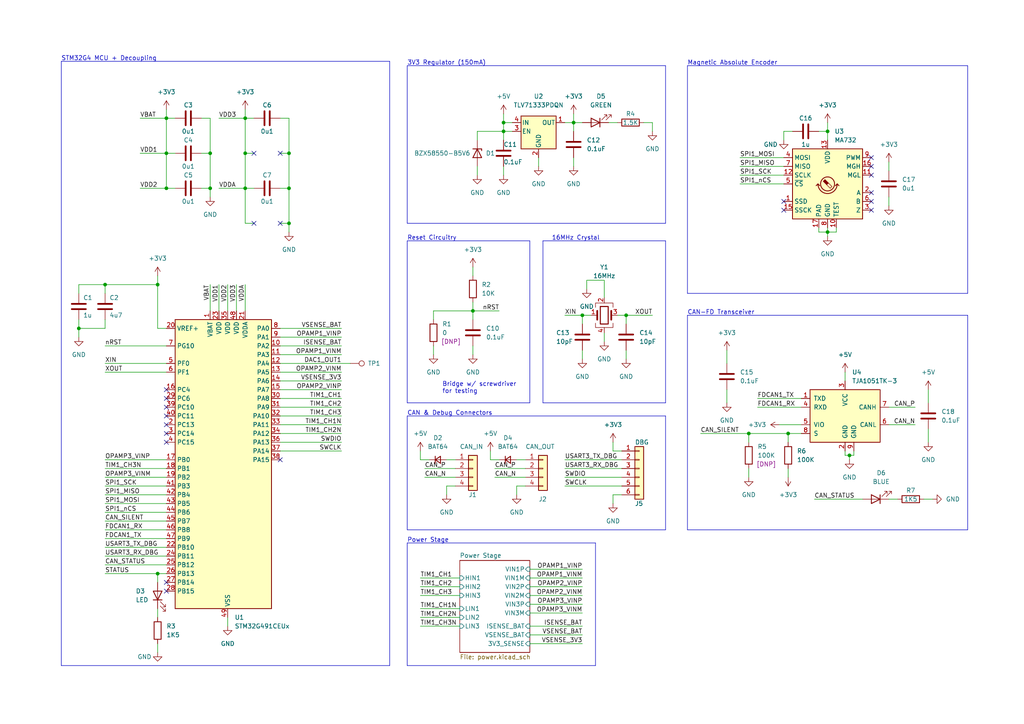
<source format=kicad_sch>
(kicad_sch (version 20230121) (generator eeschema)
  (paper "A4")
  (lib_symbols
    (symbol "Connector:TestPoint" (pin_numbers hide) (pin_names (offset 0.762) hide)
      (property "Reference" "TP" (at 0 6.858 0))
      (property "Value" "TestPoint" (at 0 5.08 0))
      (symbol "TestPoint_0_1"
        (circle (center 0 3.302) (radius 0.762))
      )
      (symbol "TestPoint_1_1"
        (pin passive line (at 0 0 90) (length 2.54) (name "1") (number "1"))
      )
    )
    (symbol "Connector_Generic:Conn_01x04" (pin_names (offset 1.016) hide)
      (property "Reference" "J" (at 0 5.08 0))
      (property "Value" "Conn_01x04" (at 0 -7.62 0))
      (symbol "Conn_01x04_1_1"
        (rectangle (start -1.27 -4.953) (end 0 -5.207) (stroke (width 0.1524)))
        (rectangle (start -1.27 -2.413) (end 0 -2.667) (stroke (width 0.1524)))
        (rectangle (start -1.27 0.127) (end 0 -0.127) (stroke (width 0.1524)))
        (rectangle (start -1.27 2.667) (end 0 2.413) (stroke (width 0.1524)))
        (rectangle (start -1.27 3.81) (end 1.27 -6.35) (stroke (width 0.254)) (fill (type background)))
        (pin passive line (at -5.08 2.54 0) (length 3.81) (name "Pin_1") (number "1"))
        (pin passive line (at -5.08 0 0) (length 3.81) (name "Pin_2") (number "2"))
        (pin passive line (at -5.08 -2.54 0) (length 3.81) (name "Pin_3") (number "3"))
        (pin passive line (at -5.08 -5.08 0) (length 3.81) (name "Pin_4") (number "4"))
      )
    )
    (symbol "Connector_Generic:Conn_01x06" (pin_names (offset 1.016) hide)
      (property "Reference" "J" (at 0 7.62 0))
      (property "Value" "Conn_01x06" (at 0 -10.16 0))
      (symbol "Conn_01x06_1_1"
        (rectangle (start -1.27 -7.493) (end 0 -7.747) (stroke (width 0.1524)))
        (rectangle (start -1.27 -4.953) (end 0 -5.207) (stroke (width 0.1524)))
        (rectangle (start -1.27 -2.413) (end 0 -2.667) (stroke (width 0.1524)))
        (rectangle (start -1.27 0.127) (end 0 -0.127) (stroke (width 0.1524)))
        (rectangle (start -1.27 2.667) (end 0 2.413) (stroke (width 0.1524)))
        (rectangle (start -1.27 5.207) (end 0 4.953) (stroke (width 0.1524)))
        (rectangle (start -1.27 6.35) (end 1.27 -8.89) (stroke (width 0.254)) (fill (type background)))
        (pin passive line (at -5.08 5.08 0) (length 3.81) (name "Pin_1") (number "1"))
        (pin passive line (at -5.08 2.54 0) (length 3.81) (name "Pin_2") (number "2"))
        (pin passive line (at -5.08 0 0) (length 3.81) (name "Pin_3") (number "3"))
        (pin passive line (at -5.08 -2.54 0) (length 3.81) (name "Pin_4") (number "4"))
        (pin passive line (at -5.08 -5.08 0) (length 3.81) (name "Pin_5") (number "5"))
        (pin passive line (at -5.08 -7.62 0) (length 3.81) (name "Pin_6") (number "6"))
      )
    )
    (symbol "Device:C" (pin_numbers hide) (pin_names (offset 0.254))
      (property "Reference" "C" (at 0.635 2.54 0))
      (property "Value" "C" (at 0.635 -2.54 0))
      (symbol "C_0_1"
        (polyline (pts (xy -2.032 -0.762) (xy 2.032 -0.762)) (stroke (width 0.508)))
        (polyline (pts (xy -2.032 0.762) (xy 2.032 0.762)) (stroke (width 0.508)))
      )
      (symbol "C_1_1"
        (pin passive line (at 0 3.81 270) (length 2.794) (name "~") (number "1"))
        (pin passive line (at 0 -3.81 90) (length 2.794) (name "~") (number "2"))
      )
    )
    (symbol "Device:Crystal_GND24" (pin_names (offset 1.016) hide)
      (property "Reference" "Y" (at 3.175 5.08 0))
      (property "Value" "Crystal_GND24" (at 3.175 3.175 0))
      (symbol "Crystal_GND24_0_1"
        (rectangle (start -1.143 2.54) (end 1.143 -2.54) (stroke (width 0.3048)))
        (polyline (pts (xy -2.54 0) (xy -2.032 0)))
        (polyline (pts (xy -2.032 -1.27) (xy -2.032 1.27)) (stroke (width 0.508)))
        (polyline (pts (xy 0 -3.81) (xy 0 -3.556)))
        (polyline (pts (xy 0 3.556) (xy 0 3.81)))
        (polyline (pts (xy 2.032 -1.27) (xy 2.032 1.27)) (stroke (width 0.508)))
        (polyline (pts (xy 2.032 0) (xy 2.54 0)))
        (polyline (pts (xy -2.54 -2.286) (xy -2.54 -3.556) (xy 2.54 -3.556) (xy 2.54 -2.286)))
        (polyline (pts (xy -2.54 2.286) (xy -2.54 3.556) (xy 2.54 3.556) (xy 2.54 2.286)))
      )
      (symbol "Crystal_GND24_1_1"
        (pin passive line (at -3.81 0 0) (length 1.27) (name "1") (number "1"))
        (pin passive line (at 0 5.08 270) (length 1.27) (name "2") (number "2"))
        (pin passive line (at 3.81 0 180) (length 1.27) (name "3") (number "3"))
        (pin passive line (at 0 -5.08 90) (length 1.27) (name "4") (number "4"))
      )
    )
    (symbol "Device:D_Small" (pin_numbers hide) (pin_names (offset 0.254) hide)
      (property "Reference" "D" (at -1.27 2.032 0))
      (property "Value" "D_Small" (at -3.81 -2.032 0))
      (symbol "D_Small_0_1"
        (polyline (pts (xy -0.762 -1.016) (xy -0.762 1.016)) (stroke (width 0.254)))
        (polyline (pts (xy -0.762 0) (xy 0.762 0)))
        (polyline (pts (xy 0.762 -1.016) (xy -0.762 0) (xy 0.762 1.016) (xy 0.762 -1.016)) (stroke (width 0.254)))
      )
      (symbol "D_Small_1_1"
        (pin passive line (at -2.54 0 0) (length 1.778) (name "K") (number "1"))
        (pin passive line (at 2.54 0 180) (length 1.778) (name "A") (number "2"))
      )
    )
    (symbol "Device:D_Zener" (pin_numbers hide) (pin_names (offset 1.016) hide)
      (property "Reference" "D" (at 0 2.54 0))
      (property "Value" "D_Zener" (at 0 -2.54 0))
      (symbol "D_Zener_0_1"
        (polyline (pts (xy 1.27 0) (xy -1.27 0)))
        (polyline (pts (xy -1.27 -1.27) (xy -1.27 1.27) (xy -0.762 1.27)) (stroke (width 0.254)))
        (polyline (pts (xy 1.27 -1.27) (xy 1.27 1.27) (xy -1.27 0) (xy 1.27 -1.27)) (stroke (width 0.254)))
      )
      (symbol "D_Zener_1_1"
        (pin passive line (at -3.81 0 0) (length 2.54) (name "K") (number "1"))
        (pin passive line (at 3.81 0 180) (length 2.54) (name "A") (number "2"))
      )
    )
    (symbol "Device:LED" (pin_numbers hide) (pin_names (offset 1.016) hide)
      (property "Reference" "D" (at 0 2.54 0))
      (property "Value" "LED" (at 0 -2.54 0))
      (symbol "LED_0_1"
        (polyline (pts (xy -1.27 -1.27) (xy -1.27 1.27)) (stroke (width 0.254)))
        (polyline (pts (xy -1.27 0) (xy 1.27 0)))
        (polyline (pts (xy 1.27 -1.27) (xy 1.27 1.27) (xy -1.27 0) (xy 1.27 -1.27)) (stroke (width 0.254)))
        (polyline (pts (xy -3.048 -0.762) (xy -4.572 -2.286) (xy -3.81 -2.286) (xy -4.572 -2.286) (xy -4.572 -1.524)))
        (polyline (pts (xy -1.778 -0.762) (xy -3.302 -2.286) (xy -2.54 -2.286) (xy -3.302 -2.286) (xy -3.302 -1.524)))
      )
      (symbol "LED_1_1"
        (pin passive line (at -3.81 0 0) (length 2.54) (name "K") (number "1"))
        (pin passive line (at 3.81 0 180) (length 2.54) (name "A") (number "2"))
      )
    )
    (symbol "Device:R" (pin_numbers hide) (pin_names (offset 0))
      (property "Reference" "R" (at 2.032 0 90))
      (property "Value" "R" (at 0 0 90))
      (symbol "R_0_1"
        (rectangle (start -1.016 -2.54) (end 1.016 2.54) (stroke (width 0.254)))
      )
      (symbol "R_1_1"
        (pin passive line (at 0 3.81 270) (length 1.27) (name "~") (number "1"))
        (pin passive line (at 0 -3.81 90) (length 1.27) (name "~") (number "2"))
      )
    )
    (symbol "Interface_CAN_LIN:TJA1051TK-3" (pin_names (offset 1.016))
      (property "Reference" "U" (at -10.16 8.89 0))
      (property "Value" "TJA1051TK-3" (at 1.27 8.89 0))
      (symbol "TJA1051TK-3_0_1"
        (rectangle (start -10.16 7.62) (end 10.16 -7.62) (stroke (width 0.254)) (fill (type background)))
      )
      (symbol "TJA1051TK-3_1_1"
        (pin input line (at -12.7 5.08 0) (length 2.54) (name "TXD") (number "1"))
        (pin power_in line (at 0 -10.16 90) (length 2.54) (name "GND") (number "2"))
        (pin power_in line (at 0 10.16 270) (length 2.54) (name "VCC") (number "3"))
        (pin output line (at -12.7 2.54 0) (length 2.54) (name "RXD") (number "4"))
        (pin power_in line (at -12.7 -2.54 0) (length 2.54) (name "VIO") (number "5"))
        (pin bidirectional line (at 12.7 -2.54 180) (length 2.54) (name "CANL") (number "6"))
        (pin bidirectional line (at 12.7 2.54 180) (length 2.54) (name "CANH") (number "7"))
        (pin input line (at -12.7 -5.08 0) (length 2.54) (name "S") (number "8"))
        (pin power_in line (at 2.54 -10.16 90) (length 2.54) (name "GND") (number "9"))
      )
    )
    (symbol "MCU_ST_STM32G4:STM32G491CEUx"
      (property "Reference" "U" (at -12.7 44.45 0))
      (property "Value" "STM32G491CEUx" (at 10.16 44.45 0))
      (symbol "STM32G491CEUx_0_1"
        (rectangle (start -12.7 -40.64) (end 15.24 43.18) (stroke (width 0.254)) (fill (type background)))
      )
      (symbol "STM32G491CEUx_1_1"
        (pin power_in line (at -2.54 45.72 270) (length 2.54) (name "VBAT") (number "1"))
        (pin bidirectional line (at 17.78 35.56 180) (length 2.54) (name "PA2") (number "10"))
        (pin bidirectional line (at 17.78 33.02 180) (length 2.54) (name "PA3") (number "11"))
        (pin bidirectional line (at 17.78 30.48 180) (length 2.54) (name "PA4") (number "12"))
        (pin bidirectional line (at 17.78 27.94 180) (length 2.54) (name "PA5") (number "13"))
        (pin bidirectional line (at 17.78 25.4 180) (length 2.54) (name "PA6") (number "14"))
        (pin bidirectional line (at 17.78 22.86 180) (length 2.54) (name "PA7") (number "15"))
        (pin bidirectional line (at -15.24 22.86 0) (length 2.54) (name "PC4") (number "16"))
        (pin bidirectional line (at -15.24 2.54 0) (length 2.54) (name "PB0") (number "17"))
        (pin bidirectional line (at -15.24 0 0) (length 2.54) (name "PB1") (number "18"))
        (pin bidirectional line (at -15.24 -2.54 0) (length 2.54) (name "PB2") (number "19"))
        (pin bidirectional line (at -15.24 12.7 0) (length 2.54) (name "PC13") (number "2"))
        (pin input line (at -15.24 40.64 0) (length 2.54) (name "VREF+") (number "20"))
        (pin power_in line (at 7.62 45.72 270) (length 2.54) (name "VDDA") (number "21"))
        (pin bidirectional line (at -15.24 -22.86 0) (length 2.54) (name "PB10") (number "22"))
        (pin power_in line (at 0 45.72 270) (length 2.54) (name "VDD") (number "23"))
        (pin bidirectional line (at -15.24 -25.4 0) (length 2.54) (name "PB11") (number "24"))
        (pin bidirectional line (at -15.24 -27.94 0) (length 2.54) (name "PB12") (number "25"))
        (pin bidirectional line (at -15.24 -30.48 0) (length 2.54) (name "PB13") (number "26"))
        (pin bidirectional line (at -15.24 -33.02 0) (length 2.54) (name "PB14") (number "27"))
        (pin bidirectional line (at -15.24 -35.56 0) (length 2.54) (name "PB15") (number "28"))
        (pin bidirectional line (at -15.24 20.32 0) (length 2.54) (name "PC6") (number "29"))
        (pin bidirectional line (at -15.24 10.16 0) (length 2.54) (name "PC14") (number "3"))
        (pin bidirectional line (at 17.78 20.32 180) (length 2.54) (name "PA8") (number "30"))
        (pin bidirectional line (at 17.78 17.78 180) (length 2.54) (name "PA9") (number "31"))
        (pin bidirectional line (at 17.78 15.24 180) (length 2.54) (name "PA10") (number "32"))
        (pin bidirectional line (at 17.78 12.7 180) (length 2.54) (name "PA11") (number "33"))
        (pin bidirectional line (at 17.78 10.16 180) (length 2.54) (name "PA12") (number "34"))
        (pin power_in line (at 2.54 45.72 270) (length 2.54) (name "VDD") (number "35"))
        (pin bidirectional line (at 17.78 7.62 180) (length 2.54) (name "PA13") (number "36"))
        (pin bidirectional line (at 17.78 5.08 180) (length 2.54) (name "PA14") (number "37"))
        (pin bidirectional line (at 17.78 2.54 180) (length 2.54) (name "PA15") (number "38"))
        (pin bidirectional line (at -15.24 17.78 0) (length 2.54) (name "PC10") (number "39"))
        (pin bidirectional line (at -15.24 7.62 0) (length 2.54) (name "PC15") (number "4"))
        (pin bidirectional line (at -15.24 15.24 0) (length 2.54) (name "PC11") (number "40"))
        (pin bidirectional line (at -15.24 -5.08 0) (length 2.54) (name "PB3") (number "41"))
        (pin bidirectional line (at -15.24 -7.62 0) (length 2.54) (name "PB4") (number "42"))
        (pin bidirectional line (at -15.24 -10.16 0) (length 2.54) (name "PB5") (number "43"))
        (pin bidirectional line (at -15.24 -12.7 0) (length 2.54) (name "PB6") (number "44"))
        (pin bidirectional line (at -15.24 -15.24 0) (length 2.54) (name "PB7") (number "45"))
        (pin bidirectional line (at -15.24 -17.78 0) (length 2.54) (name "PB8") (number "46"))
        (pin bidirectional line (at -15.24 -20.32 0) (length 2.54) (name "PB9") (number "47"))
        (pin power_in line (at 5.08 45.72 270) (length 2.54) (name "VDD") (number "48"))
        (pin power_in line (at 2.54 -43.18 90) (length 2.54) (name "VSS") (number "49"))
        (pin bidirectional line (at -15.24 30.48 0) (length 2.54) (name "PF0") (number "5"))
        (pin bidirectional line (at -15.24 27.94 0) (length 2.54) (name "PF1") (number "6"))
        (pin bidirectional line (at -15.24 35.56 0) (length 2.54) (name "PG10") (number "7"))
        (pin bidirectional line (at 17.78 40.64 180) (length 2.54) (name "PA0") (number "8"))
        (pin bidirectional line (at 17.78 38.1 180) (length 2.54) (name "PA1") (number "9"))
      )
    )
    (symbol "Sensor_Magnetic_Extra:MA732"
      (property "Reference" "U" (at -10.16 11.43 0))
      (property "Value" "MA732" (at 10.16 11.43 0))
      (symbol "MA732_0_1"
        (rectangle (start -10.16 10.16) (end 10.16 -10.16) (stroke (width 0.254)) (fill (type background)))
        (arc (start -2.794 0) (mid 0 -2.7819) (end 2.794 0) (stroke (width 0.254)))
        (polyline (pts (xy -2.794 0) (xy -3.302 -0.508)) (stroke (width 0.254)))
        (polyline (pts (xy -2.794 0) (xy -2.286 -0.508)) (stroke (width 0.254)))
        (polyline (pts (xy 2.794 0) (xy 2.286 -0.508)) (stroke (width 0.254)))
        (polyline (pts (xy 2.794 0) (xy 3.302 -0.508)) (stroke (width 0.254)))
      )
      (symbol "MA732_1_1"
        (polyline (pts (xy 0.254 0.254) (xy 1.27 -0.762) (xy 0.762 -1.27) (xy -0.254 -0.254)))
        (polyline (pts (xy -0.762 1.27) (xy 0.254 0.254) (xy -0.254 -0.254) (xy -1.27 0.762) (xy -1.016 1.016) (xy -0.762 1.27) (xy -0.635 1.143)) (fill (type outline)))
        (circle (center 0 0) (radius 2.032) (stroke (width 0.254)))
        (pin output line (at -12.7 -5.08 0) (length 2.54) (name "SSD") (number "1"))
        (pin passive line (at 2.54 -12.7 90) (length 2.54) (name "TEST") (number "10"))
        (pin output line (at 12.7 2.54 180) (length 2.54) (name "MGL") (number "11"))
        (pin input line (at -12.7 2.54 0) (length 2.54) (name "SCLK") (number "12"))
        (pin power_in line (at 0 12.7 270) (length 2.54) (name "VDD") (number "13"))
        (pin no_connect line (at 5.08 -10.16 90) (length 2.54) hide (name "NC") (number "14"))
        (pin input line (at -12.7 -7.62 0) (length 2.54) (name "SSCK") (number "15"))
        (pin output line (at 12.7 5.08 180) (length 2.54) (name "MGH") (number "16"))
        (pin input line (at -2.54 -12.7 90) (length 2.54) (name "PAD") (number "17"))
        (pin output line (at 12.7 -2.54 180) (length 2.54) (name "A") (number "2"))
        (pin output line (at 12.7 -7.62 180) (length 2.54) (name "Z") (number "3"))
        (pin input line (at -12.7 7.62 0) (length 2.54) (name "MOSI") (number "4"))
        (pin input line (at -12.7 0 0) (length 2.54) (name "~{CS}") (number "5"))
        (pin output line (at 12.7 -5.08 180) (length 2.54) (name "B") (number "6"))
        (pin output line (at -12.7 5.08 0) (length 2.54) (name "MISO") (number "7"))
        (pin power_in line (at 0 -12.7 90) (length 2.54) (name "GND") (number "8"))
        (pin output line (at 12.7 7.62 180) (length 2.54) (name "PWM") (number "9"))
      )
    )
    (symbol "TLV71333PDQ:TLV71333PDQN" (pin_names (offset 0.254))
      (property "Reference" "U" (at -3.81 5.715 0))
      (property "Value" "TLV71333PDQN" (at 0 5.715 0))
      (symbol "TLV71333PDQN_0_1"
        (rectangle (start -5.08 4.445) (end 5.08 -5.08) (stroke (width 0.254)) (fill (type background)))
      )
      (symbol "TLV71333PDQN_1_1"
        (pin power_out line (at 7.62 2.54 180) (length 2.54) (name "OUT") (number "1"))
        (pin power_in line (at 0 -7.62 90) (length 2.54) (name "GND") (number "2"))
        (pin input line (at -7.62 0 0) (length 2.54) (name "EN") (number "3"))
        (pin power_in line (at -7.62 2.54 0) (length 2.54) (name "IN") (number "4"))
        (pin power_in line (at 0 -7.62 90) (length 2.54) hide (name "GND") (number "5"))
      )
    )
    (symbol "power:+3V3" (power) (pin_names (offset 0))
      (property "Value" "+3V3" (at 0 3.556 0))
      (symbol "+3V3_0_1"
        (polyline (pts (xy -0.762 1.27) (xy 0 2.54)))
        (polyline (pts (xy 0 0) (xy 0 2.54)))
        (polyline (pts (xy 0 2.54) (xy 0.762 1.27)))
      )
      (symbol "+3V3_1_1"
        (pin power_in line (at 0 0 90) (length 0) hide (name "+3V3") (number "1"))
      )
    )
    (symbol "power:+5V" (power) (pin_names (offset 0))
      (property "Value" "+5V" (at 0 3.556 0))
      (symbol "+5V_0_1"
        (polyline (pts (xy -0.762 1.27) (xy 0 2.54)))
        (polyline (pts (xy 0 0) (xy 0 2.54)))
        (polyline (pts (xy 0 2.54) (xy 0.762 1.27)))
      )
      (symbol "+5V_1_1"
        (pin power_in line (at 0 0 90) (length 0) hide (name "+5V") (number "1"))
      )
    )
    (symbol "power:GND" (power) (pin_names (offset 0))
      (property "Value" "GND" (at 0 -3.81 0))
      (symbol "GND_0_1"
        (polyline (pts (xy 0 0) (xy 0 -1.27) (xy 1.27 -1.27) (xy 0 -2.54) (xy -1.27 -1.27) (xy 0 -1.27)))
      )
      (symbol "GND_1_1"
        (pin power_in line (at 0 0 270) (length 0) hide (name "GND") (number "1"))
      )
    )
  )
  (junction (at 60.96 44.45))
  (junction (at 48.26 54.61))
  (junction (at 45.72 82.55))
  (junction (at 240.03 38.1))
  (junction (at 240.03 67.31))
  (junction (at 146.05 35.56))
  (junction (at 71.12 34.29))
  (junction (at 168.91 91.44))
  (junction (at 181.61 91.44) (diameter 0.9144))
  (junction (at 22.86 95.25))
  (junction (at 83.82 44.45))
  (junction (at 83.82 64.77))
  (junction (at 166.37 35.56))
  (junction (at 137.16 90.17))
  (junction (at 228.6 125.73))
  (junction (at 48.26 44.45))
  (junction (at 60.96 54.61))
  (junction (at 45.72 166.37))
  (junction (at 71.12 54.61))
  (junction (at 246.38 132.08))
  (junction (at 48.26 34.29))
  (junction (at 83.82 54.61))
  (junction (at 71.12 44.45))
  (junction (at 30.48 82.55))
  (junction (at 217.17 125.73))
  (junction (at 146.05 38.1))
  (no_connect (at 227.33 58.42))
  (no_connect (at 48.26 120.65))
  (no_connect (at 73.66 44.45))
  (no_connect (at 48.26 123.19))
  (no_connect (at 81.28 64.77))
  (no_connect (at 252.73 50.8))
  (no_connect (at 48.26 118.11))
  (no_connect (at 252.73 60.96))
  (no_connect (at 48.26 128.27))
  (no_connect (at 48.26 168.91))
  (no_connect (at 252.73 55.88))
  (no_connect (at 252.73 45.72))
  (no_connect (at 252.73 48.26))
  (no_connect (at 48.26 125.73))
  (no_connect (at 81.28 44.45))
  (no_connect (at 48.26 113.03))
  (no_connect (at 252.73 58.42))
  (no_connect (at 48.26 115.57))
  (no_connect (at 81.28 133.35))
  (no_connect (at 48.26 171.45))
  (no_connect (at 227.33 60.96))
  (no_connect (at 73.66 64.77))
  (wire (pts (xy 30.48 146.05) (xy 48.26 146.05)))
  (wire (pts (xy 168.91 101.6) (xy 168.91 104.14)))
  (wire (pts (xy 210.82 101.6) (xy 210.82 105.41)))
  (wire (pts (xy 153.67 177.8) (xy 168.91 177.8)))
  (wire (pts (xy 138.43 38.1) (xy 138.43 40.64)))
  (wire (pts (xy 257.81 57.15) (xy 257.81 59.69)))
  (polyline (pts (xy 17.78 17.78) (xy 113.03 17.78)))
  (wire (pts (xy 121.92 170.18) (xy 133.35 170.18)))
  (wire (pts (xy 177.8 146.05) (xy 177.8 143.51)))
  (wire (pts (xy 81.28 128.27) (xy 99.06 128.27)))
  (wire (pts (xy 45.72 166.37) (xy 48.26 166.37)))
  (wire (pts (xy 163.83 140.97) (xy 180.34 140.97)))
  (wire (pts (xy 81.28 123.19) (xy 99.06 123.19)))
  (wire (pts (xy 166.37 35.56) (xy 168.91 35.56)))
  (polyline (pts (xy 280.67 85.09) (xy 199.39 85.09)))
  (wire (pts (xy 83.82 54.61) (xy 83.82 44.45)))
  (wire (pts (xy 210.82 113.03) (xy 210.82 116.84)))
  (wire (pts (xy 143.51 135.89) (xy 152.4 135.89)))
  (wire (pts (xy 137.16 87.63) (xy 137.16 90.17)))
  (polyline (pts (xy 193.04 19.05) (xy 193.04 64.77)))
  (wire (pts (xy 228.6 125.73) (xy 232.41 125.73)))
  (wire (pts (xy 219.71 115.57) (xy 232.41 115.57)))
  (wire (pts (xy 81.28 107.95) (xy 99.06 107.95)))
  (wire (pts (xy 245.11 107.95) (xy 245.11 110.49)))
  (wire (pts (xy 177.8 128.27) (xy 177.8 130.81)))
  (wire (pts (xy 257.81 118.11) (xy 265.43 118.11)))
  (wire (pts (xy 149.86 140.97) (xy 152.4 140.97)))
  (wire (pts (xy 257.81 46.99) (xy 257.81 49.53)))
  (wire (pts (xy 177.8 130.81) (xy 180.34 130.81)))
  (wire (pts (xy 45.72 80.01) (xy 45.72 82.55)))
  (wire (pts (xy 121.92 133.35) (xy 124.46 133.35)))
  (wire (pts (xy 30.48 133.35) (xy 48.26 133.35)))
  (wire (pts (xy 48.26 44.45) (xy 50.8 44.45)))
  (polyline (pts (xy 172.72 193.04) (xy 118.11 193.04)))
  (wire (pts (xy 166.37 35.56) (xy 166.37 38.1)))
  (polyline (pts (xy 200.66 91.44) (xy 280.67 91.44)))
  (wire (pts (xy 142.24 133.35) (xy 144.78 133.35)))
  (wire (pts (xy 81.28 97.79) (xy 99.06 97.79)))
  (wire (pts (xy 30.48 82.55) (xy 22.86 82.55)))
  (wire (pts (xy 125.73 90.17) (xy 125.73 92.71)))
  (wire (pts (xy 22.86 95.25) (xy 30.48 95.25)))
  (wire (pts (xy 71.12 34.29) (xy 73.66 34.29)))
  (wire (pts (xy 30.48 143.51) (xy 48.26 143.51)))
  (wire (pts (xy 245.11 132.08) (xy 246.38 132.08)))
  (wire (pts (xy 153.67 175.26) (xy 168.91 175.26)))
  (wire (pts (xy 30.48 95.25) (xy 30.48 92.71)))
  (polyline (pts (xy 118.11 69.85) (xy 118.11 116.84)))
  (wire (pts (xy 146.05 40.64) (xy 146.05 38.1)))
  (wire (pts (xy 121.92 181.61) (xy 133.35 181.61)))
  (wire (pts (xy 81.28 105.41) (xy 101.6 105.41)))
  (wire (pts (xy 257.81 144.78) (xy 260.35 144.78)))
  (wire (pts (xy 71.12 31.75) (xy 71.12 34.29)))
  (polyline (pts (xy 280.67 153.67) (xy 199.39 153.67)))
  (wire (pts (xy 181.61 101.6) (xy 181.61 104.14)))
  (wire (pts (xy 30.48 148.59) (xy 48.26 148.59)))
  (wire (pts (xy 81.28 34.29) (xy 83.82 34.29)))
  (polyline (pts (xy 199.39 91.44) (xy 199.39 153.67)))
  (wire (pts (xy 22.86 82.55) (xy 22.86 85.09)))
  (wire (pts (xy 240.03 67.31) (xy 240.03 68.58)))
  (wire (pts (xy 163.83 35.56) (xy 166.37 35.56)))
  (wire (pts (xy 146.05 35.56) (xy 146.05 38.1)))
  (wire (pts (xy 30.48 158.75) (xy 48.26 158.75)))
  (wire (pts (xy 228.6 125.73) (xy 228.6 128.27)))
  (wire (pts (xy 30.48 82.55) (xy 45.72 82.55)))
  (polyline (pts (xy 193.04 64.77) (xy 118.11 64.77)))
  (wire (pts (xy 30.48 161.29) (xy 48.26 161.29)))
  (wire (pts (xy 153.67 165.1) (xy 168.91 165.1)))
  (wire (pts (xy 237.49 67.31) (xy 240.03 67.31)))
  (wire (pts (xy 181.61 91.44) (xy 189.23 91.44)))
  (wire (pts (xy 170.18 83.82) (xy 170.18 81.28)))
  (wire (pts (xy 166.37 33.02) (xy 166.37 35.56)))
  (wire (pts (xy 138.43 48.26) (xy 138.43 50.8)))
  (wire (pts (xy 217.17 125.73) (xy 228.6 125.73)))
  (wire (pts (xy 149.86 143.51) (xy 149.86 140.97)))
  (wire (pts (xy 236.22 144.78) (xy 250.19 144.78)))
  (polyline (pts (xy 193.04 153.67) (xy 118.11 153.67)))
  (wire (pts (xy 146.05 38.1) (xy 148.59 38.1)))
  (wire (pts (xy 227.33 38.1) (xy 229.87 38.1)))
  (wire (pts (xy 129.54 133.35) (xy 132.08 133.35)))
  (wire (pts (xy 142.24 130.81) (xy 142.24 133.35)))
  (wire (pts (xy 214.63 45.72) (xy 227.33 45.72)))
  (wire (pts (xy 214.63 50.8) (xy 227.33 50.8)))
  (wire (pts (xy 226.06 123.19) (xy 232.41 123.19)))
  (wire (pts (xy 83.82 54.61) (xy 83.82 64.77)))
  (wire (pts (xy 81.28 118.11) (xy 99.06 118.11)))
  (wire (pts (xy 146.05 33.02) (xy 146.05 35.56)))
  (polyline (pts (xy 199.39 91.44) (xy 200.66 91.44)))
  (wire (pts (xy 203.2 125.73) (xy 217.17 125.73)))
  (wire (pts (xy 129.54 143.51) (xy 129.54 140.97)))
  (wire (pts (xy 81.28 95.25) (xy 99.06 95.25)))
  (wire (pts (xy 81.28 64.77) (xy 83.82 64.77)))
  (wire (pts (xy 58.42 54.61) (xy 60.96 54.61)))
  (wire (pts (xy 121.92 172.72) (xy 133.35 172.72)))
  (polyline (pts (xy 193.04 116.84) (xy 157.48 116.84)))
  (polyline (pts (xy 118.11 19.05) (xy 118.11 64.77)))
  (wire (pts (xy 71.12 44.45) (xy 73.66 44.45)))
  (wire (pts (xy 30.48 107.95) (xy 48.26 107.95)))
  (wire (pts (xy 240.03 35.56) (xy 240.03 38.1)))
  (polyline (pts (xy 193.04 120.65) (xy 193.04 153.67)))
  (wire (pts (xy 71.12 64.77) (xy 73.66 64.77)))
  (polyline (pts (xy 199.39 19.05) (xy 280.67 19.05)))
  (polyline (pts (xy 118.11 157.48) (xy 118.11 193.04)))
  (polyline (pts (xy 118.11 120.65) (xy 118.11 153.67)))
  (wire (pts (xy 81.28 113.03) (xy 99.06 113.03)))
  (wire (pts (xy 48.26 34.29) (xy 50.8 34.29)))
  (wire (pts (xy 30.48 105.41) (xy 48.26 105.41)))
  (wire (pts (xy 149.86 133.35) (xy 152.4 133.35)))
  (wire (pts (xy 153.67 167.64) (xy 168.91 167.64)))
  (wire (pts (xy 146.05 35.56) (xy 148.59 35.56)))
  (wire (pts (xy 242.57 67.31) (xy 240.03 67.31)))
  (wire (pts (xy 170.18 81.28) (xy 175.26 81.28)))
  (wire (pts (xy 137.16 90.17) (xy 144.78 90.17)))
  (wire (pts (xy 267.97 144.78) (xy 270.51 144.78)))
  (wire (pts (xy 217.17 125.73) (xy 217.17 128.27)))
  (wire (pts (xy 30.48 140.97) (xy 48.26 140.97)))
  (wire (pts (xy 58.42 34.29) (xy 60.96 34.29)))
  (wire (pts (xy 181.61 93.98) (xy 181.61 91.44)))
  (wire (pts (xy 168.91 93.98) (xy 168.91 91.44)))
  (wire (pts (xy 166.37 45.72) (xy 166.37 48.26)))
  (wire (pts (xy 45.72 95.25) (xy 45.72 82.55)))
  (wire (pts (xy 40.64 54.61) (xy 48.26 54.61)))
  (polyline (pts (xy 118.11 157.48) (xy 172.72 157.48)))
  (wire (pts (xy 137.16 100.33) (xy 137.16 102.87)))
  (wire (pts (xy 22.86 95.25) (xy 22.86 97.79)))
  (wire (pts (xy 40.64 44.45) (xy 48.26 44.45)))
  (wire (pts (xy 214.63 48.26) (xy 227.33 48.26)))
  (wire (pts (xy 177.8 143.51) (xy 180.34 143.51)))
  (polyline (pts (xy 280.67 91.44) (xy 280.67 153.67)))
  (wire (pts (xy 30.48 151.13) (xy 48.26 151.13)))
  (wire (pts (xy 81.28 100.33) (xy 99.06 100.33)))
  (polyline (pts (xy 118.11 120.65) (xy 193.04 120.65)))
  (wire (pts (xy 189.23 38.1) (xy 189.23 35.56)))
  (wire (pts (xy 153.67 186.69) (xy 168.91 186.69)))
  (wire (pts (xy 123.19 135.89) (xy 132.08 135.89)))
  (wire (pts (xy 68.58 82.55) (xy 68.58 90.17)))
  (wire (pts (xy 81.28 115.57) (xy 99.06 115.57)))
  (polyline (pts (xy 113.03 193.04) (xy 17.78 193.04)))
  (wire (pts (xy 163.83 91.44) (xy 168.91 91.44)))
  (wire (pts (xy 237.49 38.1) (xy 240.03 38.1)))
  (wire (pts (xy 189.23 35.56) (xy 186.69 35.56)))
  (wire (pts (xy 163.83 133.35) (xy 180.34 133.35)))
  (wire (pts (xy 71.12 54.61) (xy 71.12 64.77)))
  (wire (pts (xy 81.28 125.73) (xy 99.06 125.73)))
  (wire (pts (xy 129.54 140.97) (xy 132.08 140.97)))
  (polyline (pts (xy 118.11 19.05) (xy 193.04 19.05)))
  (wire (pts (xy 30.48 135.89) (xy 48.26 135.89)))
  (wire (pts (xy 40.64 34.29) (xy 48.26 34.29)))
  (wire (pts (xy 228.6 135.89) (xy 228.6 138.43)))
  (wire (pts (xy 30.48 100.33) (xy 48.26 100.33)))
  (wire (pts (xy 240.03 66.04) (xy 240.03 67.31)))
  (wire (pts (xy 63.5 54.61) (xy 71.12 54.61)))
  (wire (pts (xy 181.61 91.44) (xy 179.07 91.44)))
  (wire (pts (xy 153.67 172.72) (xy 168.91 172.72)))
  (wire (pts (xy 246.38 132.08) (xy 246.38 133.35)))
  (polyline (pts (xy 172.72 157.48) (xy 172.72 193.04)))
  (wire (pts (xy 66.04 179.07) (xy 66.04 181.61)))
  (wire (pts (xy 153.67 181.61) (xy 168.91 181.61)))
  (wire (pts (xy 125.73 90.17) (xy 137.16 90.17)))
  (wire (pts (xy 58.42 44.45) (xy 60.96 44.45)))
  (wire (pts (xy 30.48 138.43) (xy 48.26 138.43)))
  (wire (pts (xy 121.92 179.07) (xy 133.35 179.07)))
  (wire (pts (xy 71.12 54.61) (xy 73.66 54.61)))
  (wire (pts (xy 269.24 124.46) (xy 269.24 128.27)))
  (wire (pts (xy 163.83 135.89) (xy 180.34 135.89)))
  (wire (pts (xy 219.71 118.11) (xy 232.41 118.11)))
  (wire (pts (xy 30.48 166.37) (xy 45.72 166.37)))
  (wire (pts (xy 247.65 130.81) (xy 247.65 132.08)))
  (polyline (pts (xy 118.11 69.85) (xy 153.67 69.85)))
  (wire (pts (xy 81.28 54.61) (xy 83.82 54.61)))
  (polyline (pts (xy 157.48 69.85) (xy 193.04 69.85)))
  (wire (pts (xy 30.48 153.67) (xy 48.26 153.67)))
  (wire (pts (xy 45.72 176.53) (xy 45.72 179.07)))
  (wire (pts (xy 66.04 82.55) (xy 66.04 90.17)))
  (wire (pts (xy 60.96 34.29) (xy 60.96 44.45)))
  (polyline (pts (xy 153.67 116.84) (xy 118.11 116.84)))
  (wire (pts (xy 48.26 34.29) (xy 48.26 44.45)))
  (wire (pts (xy 83.82 64.77) (xy 83.82 67.31)))
  (wire (pts (xy 81.28 44.45) (xy 83.82 44.45)))
  (wire (pts (xy 269.24 113.03) (xy 269.24 116.84)))
  (wire (pts (xy 60.96 54.61) (xy 60.96 44.45)))
  (polyline (pts (xy 193.04 69.85) (xy 193.04 116.84)))
  (wire (pts (xy 71.12 44.45) (xy 71.12 54.61)))
  (wire (pts (xy 81.28 130.81) (xy 99.06 130.81)))
  (wire (pts (xy 227.33 40.64) (xy 227.33 38.1)))
  (wire (pts (xy 214.63 53.34) (xy 227.33 53.34)))
  (wire (pts (xy 121.92 130.81) (xy 121.92 133.35)))
  (wire (pts (xy 30.48 82.55) (xy 30.48 85.09)))
  (wire (pts (xy 45.72 166.37) (xy 45.72 168.91)))
  (wire (pts (xy 48.26 95.25) (xy 45.72 95.25)))
  (polyline (pts (xy 17.78 17.78) (xy 17.78 193.04)))
  (wire (pts (xy 30.48 163.83) (xy 48.26 163.83)))
  (wire (pts (xy 60.96 54.61) (xy 60.96 57.15)))
  (wire (pts (xy 240.03 38.1) (xy 240.03 40.64)))
  (wire (pts (xy 45.72 186.69) (xy 45.72 189.23)))
  (wire (pts (xy 121.92 167.64) (xy 133.35 167.64)))
  (polyline (pts (xy 199.39 19.05) (xy 199.39 85.09)))
  (wire (pts (xy 146.05 48.26) (xy 146.05 50.8)))
  (wire (pts (xy 121.92 176.53) (xy 133.35 176.53)))
  (polyline (pts (xy 113.03 17.78) (xy 113.03 193.04)))
  (wire (pts (xy 63.5 82.55) (xy 63.5 90.17)))
  (wire (pts (xy 71.12 82.55) (xy 71.12 90.17)))
  (wire (pts (xy 137.16 77.47) (xy 137.16 80.01)))
  (wire (pts (xy 156.21 45.72) (xy 156.21 48.26)))
  (wire (pts (xy 83.82 34.29) (xy 83.82 44.45)))
  (wire (pts (xy 48.26 54.61) (xy 50.8 54.61)))
  (wire (pts (xy 81.28 102.87) (xy 99.06 102.87)))
  (wire (pts (xy 137.16 90.17) (xy 137.16 92.71)))
  (wire (pts (xy 143.51 138.43) (xy 152.4 138.43)))
  (wire (pts (xy 153.67 170.18) (xy 168.91 170.18)))
  (polyline (pts (xy 280.67 19.05) (xy 280.67 85.09)))
  (wire (pts (xy 81.28 110.49) (xy 99.06 110.49)))
  (polyline (pts (xy 153.67 69.85) (xy 153.67 116.84)))
  (wire (pts (xy 63.5 34.29) (xy 71.12 34.29)))
  (wire (pts (xy 163.83 138.43) (xy 180.34 138.43)))
  (wire (pts (xy 217.17 135.89) (xy 217.17 138.43)))
  (wire (pts (xy 48.26 44.45) (xy 48.26 54.61)))
  (wire (pts (xy 237.49 66.04) (xy 237.49 67.31)))
  (wire (pts (xy 71.12 34.29) (xy 71.12 44.45)))
  (wire (pts (xy 168.91 91.44) (xy 171.45 91.44)))
  (wire (pts (xy 81.28 120.65) (xy 99.06 120.65)))
  (wire (pts (xy 60.96 82.55) (xy 60.96 90.17)))
  (wire (pts (xy 245.11 130.81) (xy 245.11 132.08)))
  (wire (pts (xy 125.73 100.33) (xy 125.73 102.87)))
  (polyline (pts (xy 157.48 69.85) (xy 157.48 116.84)))
  (wire (pts (xy 176.53 35.56) (xy 179.07 35.56)))
  (wire (pts (xy 246.38 132.08) (xy 247.65 132.08)))
  (wire (pts (xy 146.05 38.1) (xy 138.43 38.1)))
  (wire (pts (xy 153.67 184.15) (xy 168.91 184.15)))
  (wire (pts (xy 257.81 123.19) (xy 265.43 123.19)))
  (wire (pts (xy 242.57 66.04) (xy 242.57 67.31)))
  (wire (pts (xy 123.19 138.43) (xy 132.08 138.43)))
  (wire (pts (xy 22.86 92.71) (xy 22.86 95.25)))
  (wire (pts (xy 30.48 156.21) (xy 48.26 156.21)))
  (wire (pts (xy 175.26 96.52) (xy 175.26 99.06)))
  (wire (pts (xy 175.26 81.28) (xy 175.26 86.36)))
  (wire (pts (xy 48.26 31.75) (xy 48.26 34.29)))
  (text "Magnetic Absolute Encoder" (at 199.39 19.05 0) (effects (font (size 1.27 1.27)) (justify left bottom)))
  (text "STM32G4 MCU + Decoupling" (at 17.78 17.78 0) (effects (font (size 1.27 1.27)) (justify left bottom)))
  (text "3V3 Regulator (150mA)" (at 118.11 19.05 0) (effects (font (size 1.27 1.27)) (justify left bottom)))
  (text "Bridge w/ screwdriver\nfor testing" (at 128.27 114.3 0) (effects (font (size 1.27 1.27)) (justify left bottom)))
  (text "Power Stage" (at 118.11 157.48 0) (effects (font (size 1.27 1.27)) (justify left bottom)))
  (text "CAN-FD Transceiver" (at 199.39 91.44 0) (effects (font (size 1.27 1.27)) (justify left bottom)))
  (text "16MHz Crystal" (at 160.02 69.85 0) (effects (font (size 1.27 1.27)) (justify left bottom)))
  (text "Reset Circuitry" (at 118.11 69.85 0) (effects (font (size 1.27 1.27)) (justify left bottom)))
  (text "CAN & Debug Connectors" (at 118.11 120.65 0) (effects (font (size 1.27 1.27)) (justify left bottom)))
  (label "SWDIO" (at 99.06 128.27 180))
  (label "VDD3" (at 63.5 34.29 0))
  (label "SPI1_MOSI" (at 30.48 146.05 0))
  (label "FDCAN1_TX" (at 30.48 156.21 0))
  (label "SPI1_nCS" (at 214.63 53.34 0))
  (label "TIM1_CH2N" (at 121.92 179.07 0))
  (label "CAN_P" (at 265.43 118.11 180))
  (label "VSENSE_BAT" (at 99.06 95.25 180))
  (label "TIM1_CH1" (at 99.06 115.57 180))
  (label "USART3_RX_DBG" (at 163.83 135.89 0))
  (label "nRST" (at 30.48 100.33 0))
  (label "DAC1_OUT1" (at 99.06 105.41 180))
  (label "SWCLK" (at 99.06 130.81 180))
  (label "CAN_N" (at 143.51 138.43 0))
  (label "TIM1_CH1" (at 121.92 167.64 0))
  (label "SPI1_nCS" (at 30.48 148.59 0))
  (label "CAN_STATUS" (at 236.22 144.78 0))
  (label "VDD2" (at 40.64 54.61 0))
  (label "TIM1_CH2N" (at 99.06 125.73 180))
  (label "XOUT" (at 30.48 107.95 0))
  (label "XIN" (at 163.83 91.44 0))
  (label "OPAMP3_VINM" (at 168.91 177.8 180))
  (label "VBAT" (at 40.64 34.29 0))
  (label "OPAMP1_VINP" (at 99.06 97.79 180))
  (label "VSENSE_BAT" (at 168.91 184.15 180))
  (label "OPAMP1_VINM" (at 168.91 167.64 180))
  (label "SPI1_MOSI" (at 214.63 45.72 0))
  (label "OPAMP3_VINP" (at 168.91 175.26 180))
  (label "CAN_SILENT" (at 203.2 125.73 0))
  (label "CAN_P" (at 143.51 135.89 0))
  (label "OPAMP2_VINP" (at 168.91 170.18 180))
  (label "USART3_TX_DBG" (at 30.48 158.75 0))
  (label "SPI1_SCK" (at 214.63 50.8 0))
  (label "FDCAN1_RX" (at 219.71 118.11 0))
  (label "VDDA" (at 63.5 54.61 0))
  (label "CAN_P" (at 123.19 135.89 0))
  (label "CAN_STATUS" (at 30.48 163.83 0))
  (label "OPAMP3_VINP" (at 30.48 133.35 0))
  (label "SWCLK" (at 163.83 140.97 0))
  (label "CAN_SILENT" (at 30.48 151.13 0))
  (label "SPI1_SCK" (at 30.48 140.97 0))
  (label "VSENSE_3V3" (at 168.91 186.69 180))
  (label "CAN_N" (at 265.43 123.19 180))
  (label "VDD1" (at 63.5 82.55 270))
  (label "TIM1_CH1N" (at 99.06 123.19 180))
  (label "OPAMP2_VINM" (at 168.91 172.72 180))
  (label "SPI1_MISO" (at 214.63 48.26 0))
  (label "FDCAN1_TX" (at 219.71 115.57 0))
  (label "OPAMP2_VINP" (at 99.06 113.03 180))
  (label "VDD1" (at 40.64 44.45 0))
  (label "OPAMP1_VINP" (at 168.91 165.1 180))
  (label "TIM1_CH3" (at 99.06 120.65 180))
  (label "ISENSE_BAT" (at 168.91 181.61 180))
  (label "OPAMP3_VINM" (at 30.48 138.43 0))
  (label "OPAMP1_VINM" (at 99.06 102.87 180))
  (label "TIM1_CH2" (at 121.92 170.18 0))
  (label "VDD2" (at 66.04 82.55 270))
  (label "XOUT" (at 189.23 91.44 180))
  (label "VBAT" (at 60.96 82.55 270))
  (label "TIM1_CH3N" (at 30.48 135.89 0))
  (label "CAN_N" (at 123.19 138.43 0))
  (label "TIM1_CH3" (at 121.92 172.72 0))
  (label "ISENSE_BAT" (at 99.06 100.33 180))
  (label "TIM1_CH3N" (at 121.92 181.61 0))
  (label "TIM1_CH2" (at 99.06 118.11 180))
  (label "TIM1_CH1N" (at 121.92 176.53 0))
  (label "STATUS" (at 30.48 166.37 0))
  (label "XIN" (at 30.48 105.41 0))
  (label "nRST" (at 144.78 90.17 180))
  (label "SPI1_MISO" (at 30.48 143.51 0))
  (label "USART3_RX_DBG" (at 30.48 161.29 0))
  (label "OPAMP2_VINM" (at 99.06 107.95 180))
  (label "USART3_TX_DBG" (at 163.83 133.35 0))
  (label "VDD3" (at 68.58 82.55 270))
  (label "FDCAN1_RX" (at 30.48 153.67 0))
  (label "VSENSE_3V3" (at 99.06 110.49 180))
  (label "SWDIO" (at 163.83 138.43 0))
  (label "VDDA" (at 71.12 82.55 270))
  (symbol (lib_id "power:+5V") (at 121.92 130.81 0) (unit 1)
    (property "Reference" "#PWR09" (effects hide))
    (property "Value" "+5V" (at 121.92 125.73 0))
  )
  (symbol (lib_id "power:GND") (at 210.82 116.84 0) (unit 1)
    (property "Reference" "#PWR028" (effects hide))
    (property "Value" "GND" (at 210.82 121.92 0))
  )
  (symbol (lib_id "power:GND") (at 146.05 50.8 0) (unit 1)
    (property "Reference" "#PWR015" (effects hide))
    (property "Value" "GND" (at 146.05 55.88 0))
  )
  (symbol (lib_id "Device:C") (at 166.37 41.91 0) (unit 1)
    (property "Reference" "C12" (at 170.18 40.6399 0) (effects (justify left)))
    (property "Value" "0.1uF" (at 170.18 43.1799 0) (effects (justify left)))
    (property "Footprint" "Capacitor_SMD:C_0603_1608Metric" (effects hide))
  )
  (symbol (lib_id "power:+3V3") (at 257.81 46.99 0) (unit 1)
    (property "Reference" "#PWR037" (effects hide))
    (property "Value" "+3V3" (at 257.81 41.91 0))
  )
  (symbol (lib_id "power:+5V") (at 245.11 107.95 0) (unit 1)
    (property "Reference" "#PWR035" (effects hide))
    (property "Value" "+5V" (at 245.11 102.87 0))
  )
  (symbol (lib_id "power:GND") (at 181.61 104.14 0) (unit 1)
    (property "Reference" "#PWR025" (effects hide))
    (property "Value" "GND" (at 181.61 109.22 0))
  )
  (symbol (lib_id "Device:R") (at 125.73 96.52 0) (unit 1)
    (property "Reference" "R1" (at 128.27 93.98 0) (effects (justify left)))
    (property "Value" "0" (at 128.27 96.52 0) (effects (justify left)))
    (property "Footprint" "Resistor_SMD:R_0402_1005Metric" (effects hide))
    (property "DNP" "[DNP]" (at 130.81 99.0601 0))
  )
  (symbol (lib_id "power:GND") (at 175.26 99.06 0) (unit 1)
    (property "Reference" "#PWR023" (effects hide))
    (property "Value" "GND" (at 175.26 104.14 0))
  )
  (symbol (lib_id "power:+3V3") (at 166.37 33.02 0) (unit 1)
    (property "Reference" "#PWR018" (effects hide))
    (property "Value" "+3V3" (at 166.37 27.94 0))
  )
  (symbol (lib_id "power:+3V3") (at 45.72 80.01 0) (unit 1)
    (property "Reference" "#PWR02" (effects hide))
    (property "Value" "+3V3" (at 45.72 74.93 0))
  )
  (symbol (lib_id "power:+3V3") (at 48.26 31.75 0) (unit 1)
    (property "Reference" "#PWR03" (effects hide))
    (property "Value" "+3V3" (at 48.26 26.67 0))
  )
  (symbol (lib_id "power:GND") (at 45.72 189.23 0) (unit 1)
    (property "Reference" "#PWR024" (effects hide))
    (property "Value" "GND" (at 41.91 190.5 0))
  )
  (symbol (lib_id "power:+3V3") (at 228.6 138.43 180) (unit 1)
    (property "Reference" "#PWR032" (effects hide))
    (property "Value" "+3V3" (at 228.6 143.51 0))
  )
  (symbol (lib_id "Device:LED") (at 172.72 35.56 180) (unit 1)
    (property "Reference" "D5" (at 174.3075 27.94 0))
    (property "Value" "GREEN" (at 174.3075 30.48 0))
    (property "Footprint" "LED_SMD:LED_0402_1005Metric" (effects hide))
    (property "Part" "QBLP595-IG" (effects hide))
  )
  (symbol (lib_id "power:GND") (at 149.86 143.51 0) (unit 1)
    (property "Reference" "#PWR020" (effects hide))
    (property "Value" "GND" (at 149.86 148.59 0))
  )
  (symbol (lib_id "power:GND") (at 246.38 133.35 0) (unit 1)
    (property "Reference" "#PWR036" (effects hide))
    (property "Value" "GND" (at 246.38 138.43 0))
  )
  (symbol (lib_id "power:GND") (at 22.86 97.79 0) (unit 1)
    (property "Reference" "#PWR01" (effects hide))
    (property "Value" "GND" (at 22.86 102.87 0))
  )
  (symbol (lib_id "power:+5V") (at 142.24 130.81 0) (unit 1)
    (property "Reference" "#PWR017" (effects hide))
    (property "Value" "+5V" (at 142.24 125.73 0))
  )
  (symbol (lib_id "power:+5V") (at 146.05 33.02 0) (unit 1)
    (property "Reference" "#PWR014" (effects hide))
    (property "Value" "+5V" (at 146.05 27.94 0))
  )
  (symbol (lib_id "Device:C") (at 168.91 97.79 0) (unit 1)
    (property "Reference" "C13" (at 161.29 96.52 0) (effects (justify left)))
    (property "Value" "10pF" (at 161.29 99.06 0) (effects (justify left)))
    (property "Footprint" "Capacitor_SMD:C_0402_1005Metric" (effects hide))
  )
  (symbol (lib_id "Device:C") (at 146.05 44.45 0) (unit 1)
    (property "Reference" "C11" (at 146.05 41.91 0) (effects (justify left)))
    (property "Value" "0.1uF" (at 146.05 46.99 0) (effects (justify left)))
    (property "Footprint" "Capacitor_SMD:C_0603_1608Metric" (effects hide))
  )
  (symbol (lib_id "power:GND") (at 227.33 40.64 0) (unit 1)
    (property "Reference" "#PWR031" (effects hide))
    (property "Value" "GND" (at 223.52 41.91 0))
  )
  (symbol (lib_id "Device:C") (at 233.68 38.1 90) (unit 1)
    (property "Reference" "C16" (at 233.68 34.29 90))
    (property "Value" "1u" (at 233.68 41.91 90))
    (property "Footprint" "Capacitor_SMD:C_0402_1005Metric" (effects hide))
  )
  (symbol (lib_id "Device:Crystal_GND24") (at 175.26 91.44 0) (unit 1)
    (property "Reference" "Y1" (at 175.26 77.47 0))
    (property "Value" "16MHz" (at 175.26 80.01 0))
    (property "Footprint" "Crystal:Crystal_SMD_2520-4Pin_2.5x2.0mm" (effects hide))
    (property "Part" "R2520-12.000-10-3030-TR" (effects hide))
  )
  (symbol (lib_id "power:GND") (at 270.51 144.78 90) (unit 1)
    (property "Reference" "#PWR041" (effects hide))
    (property "Value" "GND" (at 274.32 144.7799 90) (effects (justify right)))
  )
  (symbol (lib_id "Device:C") (at 54.61 34.29 90) (unit 1)
    (property "Reference" "C3" (at 54.61 30.48 90))
    (property "Value" "0u1" (at 54.61 38.1 90))
    (property "Footprint" "Capacitor_SMD:C_0402_1005Metric" (effects hide))
  )
  (symbol (lib_id "Device:C") (at 77.47 54.61 90) (unit 1)
    (property "Reference" "C7" (at 77.47 50.8 90))
    (property "Value" "0u1" (at 77.47 58.42 90))
    (property "Footprint" "Capacitor_SMD:C_0402_1005Metric" (effects hide))
  )
  (symbol (lib_id "Device:C") (at 210.82 109.22 0) (unit 1)
    (property "Reference" "C15" (at 214.63 107.9499 0) (effects (justify left)))
    (property "Value" "0.1uF" (at 214.63 110.4899 0) (effects (justify left)))
    (property "Footprint" "Capacitor_SMD:C_0402_1005Metric" (effects hide))
  )
  (symbol (lib_id "power:GND") (at 166.37 48.26 0) (unit 1)
    (property "Reference" "#PWR019" (effects hide))
    (property "Value" "GND" (at 166.37 53.34 0))
  )
  (symbol (lib_id "power:GND") (at 129.54 143.51 0) (unit 1)
    (property "Reference" "#PWR013" (effects hide))
    (property "Value" "GND" (at 129.54 148.59 0))
  )
  (symbol (lib_id "Connector_Generic:Conn_01x04") (at 137.16 135.89 0) (unit 1)
    (property "Reference" "J1" (at 135.89 143.51 0) (effects (justify left)))
    (property "Value" "CAN_IN" (at 133.35 129.54 0) (effects (justify left)))
    (property "Footprint" "Connector_JST:JST_GH_SM04B-GHS-TB_1x04-1MP_P1.25mm_Horizontal" (effects hide))
  )
  (symbol (lib_id "Interface_CAN_LIN:TJA1051TK-3") (at 245.11 120.65 0) (unit 1)
    (property "Reference" "U4" (at 247.1294 107.95 0) (effects (justify left)))
    (property "Value" "TJA1051TK-3" (at 247.1294 110.49 0) (effects (justify left)))
    (property "Footprint" "Package_DFN_QFN:DFN-8-1EP_3x3mm_P0.65mm_EP1.55x2.4mm" (effects hide))
    (property "Datasheet" "http://www.nxp.com/documents/data_sheet/TJA1051.pdf" (effects hide))
  )
  (symbol (lib_id "power:GND") (at 125.73 102.87 0) (unit 1)
    (property "Reference" "#PWR08" (effects hide))
    (property "Value" "GND" (at 125.73 107.95 0))
  )
  (symbol (lib_id "power:GND") (at 66.04 181.61 0) (unit 1)
    (property "Reference" "#PWR05" (effects hide))
    (property "Value" "GND" (at 66.04 186.69 0))
  )
  (symbol (lib_id "power:+3V3") (at 210.82 101.6 0) (unit 1)
    (property "Reference" "#PWR027" (effects hide))
    (property "Value" "+3V3" (at 210.82 96.52 0))
  )
  (symbol (lib_id "power:GND") (at 138.43 50.8 0) (unit 1)
    (property "Reference" "#PWR012" (effects hide))
    (property "Value" "GND" (at 138.43 55.88 0))
  )
  (symbol (lib_id "Device:D_Small") (at 147.32 133.35 0) (unit 1)
    (property "Reference" "D4" (at 147.32 127 0))
    (property "Value" "BAT64" (at 147.32 129.54 0))
    (property "Footprint" "Diode_SMD:D_SOD-523" (effects hide))
  )
  (symbol (lib_id "Sensor_Magnetic_Extra:MA732") (at 240.03 53.34 0) (unit 1)
    (property "Reference" "U3" (at 242.0494 38.1 0) (effects (justify left)))
    (property "Value" "MA732" (at 242.0494 40.64 0) (effects (justify left)))
    (property "Footprint" "Package_DFN_QFN:QFN-16-1EP_3x3mm_P0.5mm_EP1.7x1.7mm" (effects hide))
    (property "Datasheet" "https://www.monolithicpower.com/pub/media/document/m/a/ma730_r1.01.pdf" (effects hide))
  )
  (symbol (lib_id "power:+3V3") (at 226.06 123.19 90) (unit 1)
    (property "Reference" "#PWR030" (effects hide))
    (property "Value" "+3V3" (at 222.25 123.1899 90) (effects (justify left)))
  )
  (symbol (lib_id "power:+5V") (at 269.24 113.03 0) (unit 1)
    (property "Reference" "#PWR039" (effects hide))
    (property "Value" "+5V" (at 269.24 107.95 0))
  )
  (symbol (lib_id "Device:C") (at 54.61 54.61 90) (unit 1)
    (property "Reference" "C5" (at 54.61 50.8 90))
    (property "Value" "0u1" (at 54.61 58.42 90))
    (property "Footprint" "Capacitor_SMD:C_0402_1005Metric" (effects hide))
  )
  (symbol (lib_id "Device:C") (at 22.86 88.9 0) (unit 1)
    (property "Reference" "C1" (at 24.13 86.36 0) (effects (justify left)))
    (property "Value" "1u" (at 24.13 91.44 0) (effects (justify left)))
    (property "Footprint" "Capacitor_SMD:C_0402_1005Metric" (effects hide))
  )
  (symbol (lib_id "power:GND") (at 177.8 146.05 0) (unit 1)
    (property "Reference" "#PWR077" (effects hide))
    (property "Value" "GND" (at 177.8 151.13 0))
  )
  (symbol (lib_id "Device:D_Zener") (at 138.43 44.45 270) (unit 1)
    (property "Reference" "D1" (at 142.24 44.45 90))
    (property "Value" "BZX58550-B5V6" (at 128.27 44.45 90))
    (property "Footprint" "Diode_SMD:D_SOD-523" (effects hide))
  )
  (symbol (lib_id "power:GND") (at 168.91 104.14 0) (unit 1)
    (property "Reference" "#PWR021" (effects hide))
    (property "Value" "GND" (at 168.91 109.22 0))
  )
  (symbol (lib_id "power:GND") (at 240.03 68.58 0) (unit 1)
    (property "Reference" "#PWR034" (effects hide))
    (property "Value" "GND" (at 240.03 73.66 0))
  )
  (symbol (lib_id "TLV71333PDQ:TLV71333PDQN") (at 156.21 38.1 0) (unit 1)
    (property "Reference" "U2" (at 156.21 27.94 0))
    (property "Value" "TLV71333PDQN" (at 156.21 30.48 0))
    (property "Footprint" "Package_SON:Texas_X2SON-4_1x1mm_P0.65mm" (effects hide))
    (property "Datasheet" "http://www.ti.com/lit/ds/symlink/tlv713p.pdf" (effects hide))
  )
  (symbol (lib_id "Device:R") (at 217.17 132.08 0) (unit 1)
    (property "Reference" "R5" (at 219.71 129.54 0) (effects (justify left)))
    (property "Value" "100K" (at 219.71 132.08 0) (effects (justify left)))
    (property "Footprint" "Resistor_SMD:R_0402_1005Metric" (effects hide))
    (property "DNP" "[DNP]" (at 222.25 134.6201 0))
  )
  (symbol (lib_id "power:GND") (at 156.21 48.26 0) (unit 1)
    (property "Reference" "#PWR016" (effects hide))
    (property "Value" "GND" (at 156.21 53.34 0))
  )
  (symbol (lib_id "power:GND") (at 170.18 83.82 0) (unit 1)
    (property "Reference" "#PWR022" (effects hide))
    (property "Value" "GND" (at 170.18 88.9 0))
  )
  (symbol (lib_id "Device:C") (at 30.48 88.9 0) (unit 1)
    (property "Reference" "C2" (at 31.75 86.36 0) (effects (justify left)))
    (property "Value" "4u7" (at 31.75 91.44 0) (effects (justify left)))
    (property "Footprint" "Capacitor_SMD:C_0402_1005Metric" (effects hide))
  )
  (symbol (lib_id "Device:R") (at 137.16 83.82 0) (unit 1)
    (property "Reference" "R2" (at 139.7 82.5499 0) (effects (justify left)))
    (property "Value" "10K" (at 139.7 85.0899 0) (effects (justify left)))
    (property "Footprint" "Resistor_SMD:R_0402_1005Metric" (effects hide))
  )
  (symbol (lib_id "MCU_ST_STM32G4:STM32G491CEUx") (at 63.5 135.89 0) (unit 1)
    (property "Reference" "U1" (at 68.0594 179.07 0) (effects (justify left)))
    (property "Value" "STM32G491CEUx" (at 68.0594 181.61 0) (effects (justify left)))
    (property "Footprint" "Package_DFN_QFN:QFN-48-1EP_7x7mm_P0.5mm_EP5.6x5.6mm" (effects hide))
    (property "Datasheet" "https://www.st.com/resource/en/datasheet/stm32g491ce.pdf" (effects hide))
  )
  (symbol (lib_id "Device:C") (at 257.81 53.34 0) (unit 1)
    (property "Reference" "C17" (at 261.62 52.0699 0) (effects (justify left)))
    (property "Value" "0u1" (at 261.62 54.6099 0) (effects (justify left)))
    (property "Footprint" "Capacitor_SMD:C_0402_1005Metric" (effects hide))
  )
  (symbol (lib_id "Device:R") (at 228.6 132.08 180) (unit 1)
    (property "Reference" "R6" (at 231.14 130.8099 0) (effects (justify right)))
    (property "Value" "100K" (at 231.14 133.3499 0) (effects (justify right)))
    (property "Footprint" "Resistor_SMD:R_0402_1005Metric" (effects hide))
  )
  (symbol (lib_id "Device:C") (at 54.61 44.45 90) (unit 1)
    (property "Reference" "C4" (at 54.61 40.64 90))
    (property "Value" "0u1" (at 54.61 48.26 90))
    (property "Footprint" "Capacitor_SMD:C_0402_1005Metric" (effects hide))
  )
  (symbol (lib_id "Device:LED") (at 254 144.78 180) (unit 1)
    (property "Reference" "D6" (at 255.5875 137.16 0))
    (property "Value" "BLUE" (at 255.5875 139.7 0))
    (property "Footprint" "LED_SMD:LED_0402_1005Metric" (effects hide))
  )
  (symbol (lib_id "power:GND") (at 83.82 67.31 0) (unit 1)
    (property "Reference" "#PWR07" (effects hide))
    (property "Value" "GND" (at 83.82 72.39 0))
  )
  (symbol (lib_id "power:+3V3") (at 240.03 35.56 0) (unit 1)
    (property "Reference" "#PWR033" (effects hide))
    (property "Value" "+3V3" (at 240.03 30.48 0))
  )
  (symbol (lib_id "power:GND") (at 189.23 38.1 0) (unit 1)
    (property "Reference" "#PWR026" (effects hide))
    (property "Value" "~" (at 189.23 43.18 0))
  )
  (symbol (lib_id "Device:D_Small") (at 127 133.35 0) (unit 1)
    (property "Reference" "D2" (at 127 127 0))
    (property "Value" "BAT64" (at 127 129.54 0))
    (property "Footprint" "Diode_SMD:D_SOD-523" (effects hide))
  )
  (symbol (lib_id "power:GND") (at 217.17 138.43 0) (unit 1)
    (property "Reference" "#PWR029" (effects hide))
    (property "Value" "GND" (at 217.17 143.51 0))
  )
  (symbol (lib_id "power:GND") (at 137.16 102.87 0) (unit 1)
    (property "Reference" "#PWR011" (effects hide))
    (property "Value" "GND" (at 137.16 107.95 0))
  )
  (symbol (lib_id "Device:R") (at 182.88 35.56 90) (unit 1)
    (property "Reference" "R4" (at 182.88 33.02 90))
    (property "Value" "1.5K" (at 182.88 35.56 90))
    (property "Footprint" "Resistor_SMD:R_0402_1005Metric" (effects hide))
  )
  (symbol (lib_id "Device:C") (at 181.61 97.79 0) (unit 1)
    (property "Reference" "C14" (at 185.42 96.5199 0) (effects (justify left)))
    (property "Value" "10pF" (at 185.42 99.0599 0) (effects (justify left)))
    (property "Footprint" "Capacitor_SMD:C_0402_1005Metric" (effects hide))
  )
  (symbol (lib_id "power:+3V3") (at 137.16 77.47 0) (unit 1)
    (property "Reference" "#PWR010" (effects hide))
    (property "Value" "+3V3" (at 137.16 72.39 0))
  )
  (symbol (lib_id "power:GND") (at 257.81 59.69 0) (unit 1)
    (property "Reference" "#PWR038" (effects hide))
    (property "Value" "GND" (at 257.81 64.77 0))
  )
  (symbol (lib_id "power:+3V3") (at 177.8 128.27 0) (unit 1)
    (property "Reference" "#PWR076" (effects hide))
    (property "Value" "+3V3" (at 177.8 123.19 0))
  )
  (symbol (lib_id "Connector_Generic:Conn_01x04") (at 157.48 135.89 0) (unit 1)
    (property "Reference" "J2" (at 156.21 144.78 0) (effects (justify left)))
    (property "Value" "CAN_OUT" (at 152.4 129.54 0) (effects (justify left)))
    (property "Footprint" "Connector_JST:JST_GH_SM04B-GHS-TB_1x04-1MP_P1.25mm_Horizontal" (effects hide))
  )
  (symbol (lib_id "power:GND") (at 60.96 57.15 0) (unit 1)
    (property "Reference" "#PWR04" (effects hide))
    (property "Value" "GND" (at 60.96 62.23 0))
  )
  (symbol (lib_id "Connector_Generic:Conn_01x06") (at 185.42 135.89 0) (unit 1)
    (property "Reference" "J5" (at 184.15 146.05 0) (effects (justify left)))
    (property "Value" "DBG" (at 184.15 128.27 0) (effects (justify left)))
    (property "Footprint" "Connector_JST:JST_GH_SM06B-GHS-TB_1x06-1MP_P1.25mm_Horizontal" (effects hide))
  )
  (symbol (lib_id "Connector:TestPoint") (at 101.6 105.41 270) (unit 1)
    (property "Reference" "TP1" (at 106.68 105.4099 90) (effects (justify left)))
    (property "Value" "TestPoint" (effects hide))
    (property "Footprint" "TestPoint:TestPoint_Pad_1.0x1.0mm" (effects hide))
  )
  (symbol (lib_id "Device:R") (at 264.16 144.78 90) (unit 1)
    (property "Reference" "R7" (at 264.16 142.24 90))
    (property "Value" "1K5" (at 264.16 144.78 90))
    (property "Footprint" "Resistor_SMD:R_0402_1005Metric" (effects hide))
  )
  (symbol (lib_id "power:+3V3") (at 71.12 31.75 0) (unit 1)
    (property "Reference" "#PWR06" (effects hide))
    (property "Value" "+3V3" (at 71.12 26.67 0))
  )
  (symbol (lib_id "Device:LED") (at 45.72 172.72 90) (unit 1)
    (property "Reference" "D3" (at 39.37 171.45 90) (effects (justify right)))
    (property "Value" "LED" (at 39.37 173.99 90) (effects (justify right)))
    (property "Footprint" "LED_SMD:LED_0402_1005Metric" (effects hide))
  )
  (symbol (lib_id "Device:C") (at 137.16 96.52 0) (unit 1)
    (property "Reference" "C10" (at 140.97 95.2499 0) (effects (justify left)))
    (property "Value" "0.1uF" (at 140.97 97.7899 0) (effects (justify left)))
    (property "Footprint" "Capacitor_SMD:C_0402_1005Metric" (effects hide))
  )
  (symbol (lib_id "Device:C") (at 269.24 120.65 0) (unit 1)
    (property "Reference" "C18" (at 273.05 119.3799 0) (effects (justify left)))
    (property "Value" "0.1uF" (at 273.05 121.9199 0) (effects (justify left)))
    (property "Footprint" "Capacitor_SMD:C_0402_1005Metric" (effects hide))
  )
  (symbol (lib_id "Device:R") (at 45.72 182.88 0) (unit 1)
    (property "Reference" "R3" (at 48.26 181.6099 0) (effects (justify left)))
    (property "Value" "1K5" (at 48.26 184.1499 0) (effects (justify left)))
    (property "Footprint" "Resistor_SMD:R_0402_1005Metric" (effects hide))
  )
  (symbol (lib_id "Device:C") (at 77.47 34.29 90) (unit 1)
    (property "Reference" "C6" (at 77.47 30.48 90))
    (property "Value" "0u1" (at 77.47 38.1 90))
    (property "Footprint" "Capacitor_SMD:C_0402_1005Metric" (effects hide))
  )
  (symbol (lib_id "power:GND") (at 269.24 128.27 0) (unit 1)
    (property "Reference" "#PWR040" (effects hide))
    (property "Value" "GND" (at 269.24 133.35 0))
  )
  (sheet (at 133.35 162.56) (size 20.32 26.67) (stroke (width 0.1524))
    (property "Sheetname" "Power Stage" (at 133.35 161.8484 0) (effects (justify left bottom)))
    (property "Sheetfile" "power.kicad_sch" (at 133.35 189.8146 0) (effects (justify left top)))
    (pin "ISENSE_BAT" input (at 153.67 181.61 0))
    (pin "VSENSE_BAT" input (at 153.67 184.15 0))
    (pin "LIN1" input (at 133.35 176.53 180))
    (pin "HIN2" input (at 133.35 170.18 180))
    (pin "LIN2" input (at 133.35 179.07 180))
    (pin "HIN1" input (at 133.35 167.64 180))
    (pin "HIN3" input (at 133.35 172.72 180))
    (pin "LIN3" input (at 133.35 181.61 180))
    (pin "VIN3P" input (at 153.67 175.26 0))
    (pin "VIN3M" input (at 153.67 177.8 0))
    (pin "VIN2M" input (at 153.67 172.72 0))
    (pin "VIN2P" input (at 153.67 170.18 0))
    (pin "VIN1P" input (at 153.67 165.1 0))
    (pin "VIN1M" input (at 153.67 167.64 0))
    (pin "3V3_SENSE" input (at 153.67 186.69 0))
  )
)
</source>
